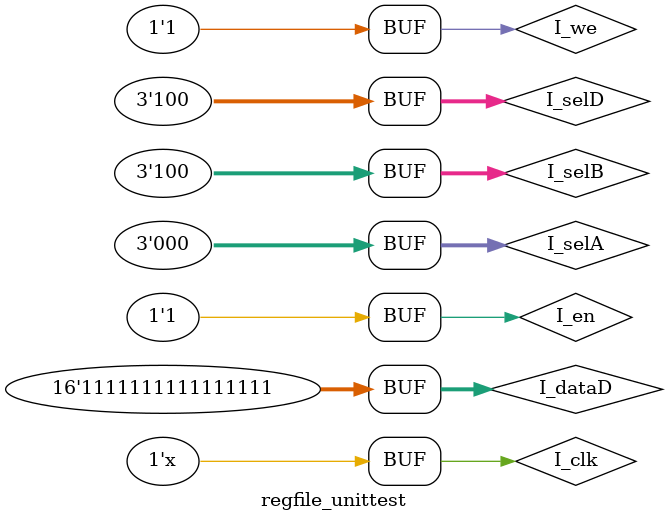
<source format=v>
`timescale 1ns / 1ps


module regfile_unittest(

    );
    
    reg [2:0] I_selA;
    reg [2:0] I_selB;
    reg [2:0] I_selD;
    reg [15:0] I_dataD;
    reg I_clk;
    reg I_en;
    reg I_we;
    wire [15:0] O_dataA;
    wire [15:0] O_dataB;
    
    // Initialize instance of reg_file
    reg_file unittest (I_selA, I_selB, I_selD, I_dataD, I_clk, I_en, I_we, O_dataA, O_dataB);
    
    initial begin
        // Initialize all inputs
        I_clk = 1'b0;
        I_en = 1'b0;
        I_we = 1'b0;
        
        I_selA = 0;
        I_selB = 0;
        I_selD = 0;
        I_dataD = 0;
        
        // Start testing
        #10; 
        I_en = 1'b1;
        I_we = 1'b1;
        I_dataD = 16'h0f0f; // Enable write and set reg0 to 0x0F0F
        
        #10;
        I_we = 1'b0;
        I_selD = 3'b100;
        I_dataD = 16'hffff; // Disable write and target reg 4 with 0xFFFF
        
        #10;
        I_we = 1'b1; // Enable write to reg4
        
        #10;
        I_selB = 3'b100; // Set target of output B to reg4
    end
    
    // Generate clock
    always begin
        #5; I_clk = ~I_clk;
    end
endmodule

</source>
